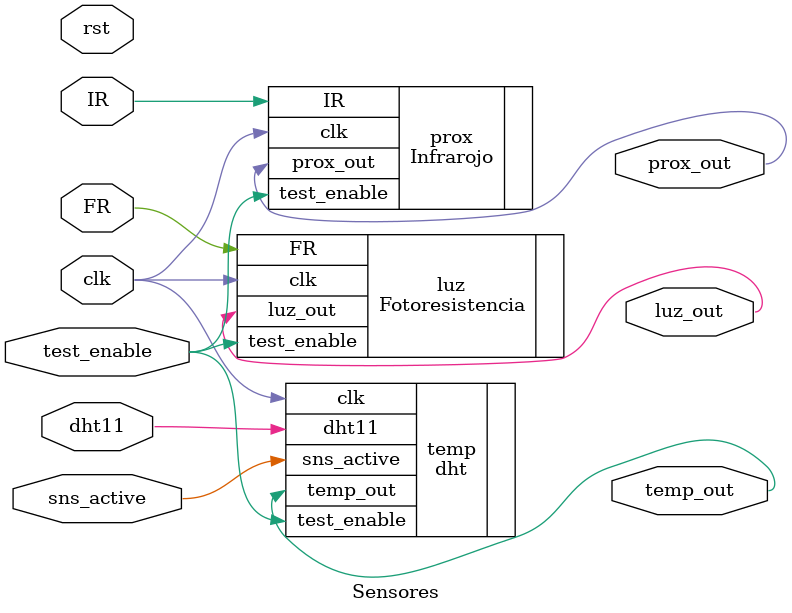
<source format=v>
module Sensores (
	input wire clk,                // Reloj del sistema (50 MHz)
	input wire rst,                // Reset del sistema
	input test_enable,
	input sns_active, 
	
	inout wire dht11,              // Línea de datos del sensor DHT11
	output wire temp_out,

	input wire IR,
	output wire prox_out,
	
	input wire FR,
	output wire luz_out

);

//always @(posedge clk)begin
//	if (test_enable==1) begin
		
		dht temp(
			.clk(clk),
			.test_enable(test_enable),
			.sns_active(sns_active),
			.dht11(dht11),
			.temp_out(temp_out)
		);

		Infrarojo prox(
			.clk(clk),
			.test_enable(test_enable),
			.IR(IR),
			.prox_out(prox_out)
		);

		Fotoresistencia luz(
			.clk(clk),
			.test_enable(test_enable),
			.FR(FR),
			.luz_out(luz_out)
		);

//	end
//end


endmodule
</source>
